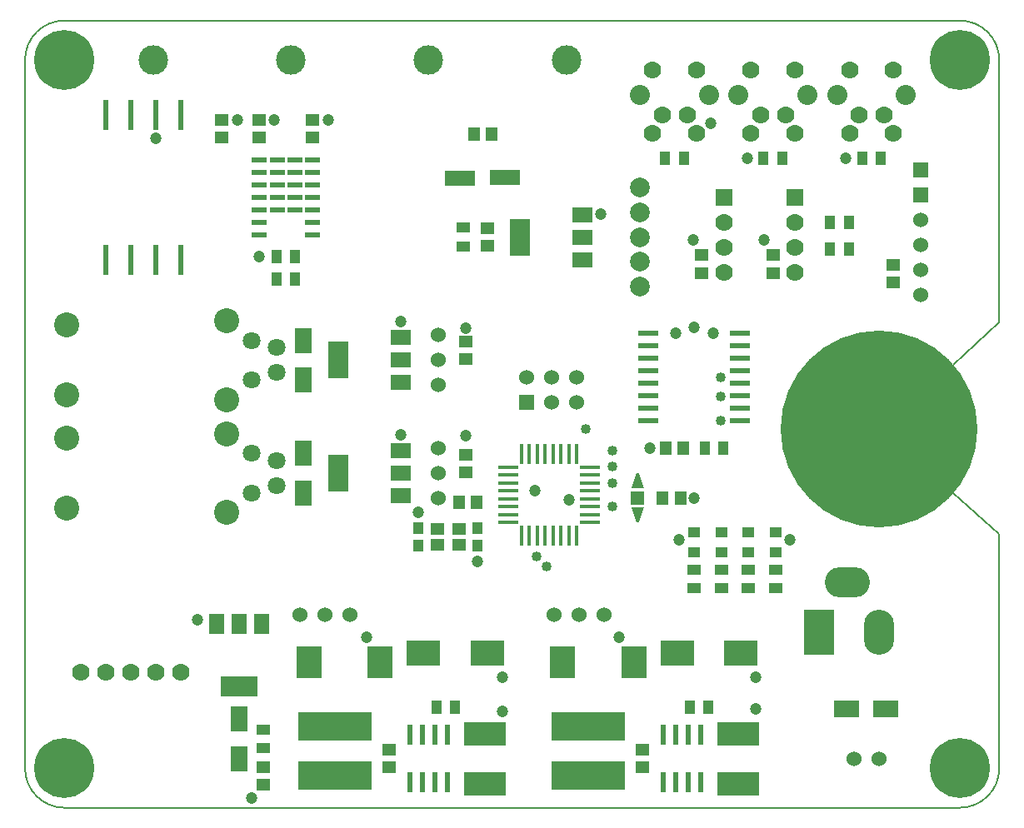
<source format=gts>
G04 #@! TF.FileFunction,Soldermask,Top*
%FSLAX46Y46*%
G04 Gerber Fmt 4.6, Leading zero omitted, Abs format (unit mm)*
G04 Created by KiCad (PCBNEW 4.0.0-2.201511301921+6191~38~ubuntu15.10.1-stable) date Mon Dec  7 23:41:22 2015*
%MOMM*%
G01*
G04 APERTURE LIST*
%ADD10C,0.025400*%
%ADD11C,0.127000*%
%ADD12C,1.200000*%
%ADD13C,1.016000*%
%ADD14C,20.000000*%
%ADD15R,3.048000X1.625600*%
%ADD16R,1.700000X2.500000*%
%ADD17R,2.500000X1.700000*%
%ADD18R,1.270000X1.016000*%
%ADD19R,1.400000X1.400000*%
%ADD20R,1.524000X1.524000*%
%ADD21C,1.524000*%
%ADD22C,1.778000*%
%ADD23R,1.778000X1.778000*%
%ADD24C,2.540000*%
%ADD25C,1.800000*%
%ADD26O,3.048000X4.572000*%
%ADD27R,3.048000X4.572000*%
%ADD28O,4.572000X3.048000*%
%ADD29R,2.032000X3.810000*%
%ADD30R,2.032000X1.524000*%
%ADD31R,3.810000X2.032000*%
%ADD32R,1.524000X2.032000*%
%ADD33C,6.096000*%
%ADD34C,2.032000*%
%ADD35R,1.998980X0.599440*%
%ADD36R,1.998980X0.449580*%
%ADD37R,0.449580X1.998980*%
%ADD38R,1.400000X1.200000*%
%ADD39R,1.000000X1.450000*%
%ADD40R,1.450000X1.000000*%
%ADD41R,1.100000X1.150000*%
%ADD42C,2.000000*%
%ADD43C,3.000000*%
%ADD44R,2.600000X3.200000*%
%ADD45R,0.609600X2.032000*%
%ADD46R,1.450000X1.150000*%
%ADD47R,1.150000X1.450000*%
%ADD48R,4.300000X2.400000*%
%ADD49R,3.500000X2.500000*%
%ADD50R,7.500000X3.000000*%
%ADD51R,0.609600X3.048000*%
%ADD52R,1.549400X0.596900*%
G04 APERTURE END LIST*
D10*
D11*
X4000000Y0D02*
X95000000Y0D01*
X99000000Y49300000D02*
X94300000Y45000000D01*
X99000000Y76000000D02*
X99000000Y49300000D01*
X94300000Y38500000D02*
X94300000Y45000000D01*
X94300000Y32000000D02*
X94300000Y38500000D01*
X99000000Y27800000D02*
X94300000Y32000000D01*
X99000000Y4000000D02*
X99000000Y27800000D01*
X0Y76000000D02*
X0Y4000000D01*
X95000000Y80000000D02*
X4000000Y80000000D01*
X99000000Y76000000D02*
G75*
G03X95000000Y80000000I-4000000J0D01*
G01*
X95000000Y0D02*
G75*
G03X99000000Y4000000I0J4000000D01*
G01*
X0Y4000000D02*
G75*
G03X4000000Y0I4000000J0D01*
G01*
X4000000Y80000000D02*
G75*
G03X0Y76000000I0J-4000000D01*
G01*
D12*
X23000000Y1000000D03*
X74250000Y10000000D03*
X74250000Y13250000D03*
X60400000Y17300000D03*
X48500000Y13250000D03*
X17500000Y19100000D03*
X44750000Y48750000D03*
X63500000Y36500000D03*
X66500000Y27250000D03*
X77750000Y27250000D03*
X68000000Y48800000D03*
X69900000Y48200000D03*
X66100000Y48200000D03*
X46000000Y25000000D03*
X58500000Y60300000D03*
X75100000Y57700000D03*
X67900000Y57700000D03*
X83400000Y66000000D03*
X73400000Y66000000D03*
X69700000Y69600000D03*
X38200000Y49400000D03*
X38200000Y37900000D03*
X68000000Y31500000D03*
X55300000Y31300000D03*
X40000000Y30000000D03*
X51800000Y32200000D03*
X23800000Y56000000D03*
X30800000Y69900000D03*
X21600000Y69900000D03*
X13300000Y68000000D03*
X25300000Y69900000D03*
D13*
X57000000Y38500000D03*
X70700000Y41800000D03*
X70700000Y43700000D03*
X70700000Y39300000D03*
X52000000Y25500000D03*
X59700000Y34700000D03*
X59700000Y36300000D03*
X59650000Y30600000D03*
X59700000Y33000000D03*
X53000000Y24500000D03*
D14*
X86750000Y38500000D03*
D15*
X44214000Y64000000D03*
X48786000Y64063500D03*
D16*
X28250000Y47500000D03*
X28250000Y43500000D03*
X21750000Y5000000D03*
X21750000Y9000000D03*
D17*
X83500000Y10000000D03*
X87500000Y10000000D03*
D18*
X73500000Y25984000D03*
X73500000Y28016000D03*
X70750000Y25984000D03*
X70750000Y28016000D03*
X68000000Y25984000D03*
X68000000Y28016000D03*
X76250000Y25984000D03*
X76250000Y28016000D03*
D16*
X28250000Y36000000D03*
X28250000Y32000000D03*
D10*
G36*
X62123000Y33976500D02*
X62377000Y33976500D01*
X62885000Y32452500D01*
X61615000Y32452500D01*
X62123000Y33976500D01*
X62123000Y33976500D01*
G37*
G36*
X61615000Y30547500D02*
X62885000Y30547500D01*
X62377000Y29023500D01*
X62123000Y29023500D01*
X61615000Y30547500D01*
X61615000Y30547500D01*
G37*
D19*
X62250000Y31500000D03*
D20*
X50960000Y41230000D03*
D21*
X50960000Y43770000D03*
X53500000Y41230000D03*
X53500000Y43770000D03*
X56040000Y41230000D03*
X56040000Y43770000D03*
D20*
X91000000Y64850000D03*
X91000000Y62310000D03*
D21*
X91000000Y59770000D03*
X91000000Y57230000D03*
X91000000Y54690000D03*
X91000000Y52150000D03*
D22*
X78250000Y54440000D03*
X78250000Y56980000D03*
X78250000Y59520000D03*
D23*
X78250000Y62060000D03*
D22*
X71000000Y54440000D03*
X71000000Y56980000D03*
X71000000Y59520000D03*
D23*
X71000000Y62060000D03*
D21*
X42000000Y42960000D03*
X42000000Y45500000D03*
X42000000Y48040000D03*
X84230000Y5000000D03*
X86770000Y5000000D03*
D24*
X4204000Y41944000D03*
X4204000Y49056000D03*
X20460000Y49513200D03*
X20460000Y41486800D03*
D25*
X23000000Y43500000D03*
X23000000Y47500000D03*
X25540000Y44230000D03*
X25540000Y46770000D03*
D26*
X86750000Y17800000D03*
D27*
X80654000Y17800000D03*
D28*
X83575000Y22880000D03*
D21*
X42000000Y31460000D03*
X42000000Y34000000D03*
X42000000Y36540000D03*
D24*
X4204000Y30444000D03*
X4204000Y37556000D03*
X20460000Y38013200D03*
X20460000Y29986800D03*
D25*
X23000000Y32000000D03*
X23000000Y36000000D03*
X25540000Y32730000D03*
X25540000Y35270000D03*
D29*
X31825000Y45500000D03*
D30*
X38175000Y45500000D03*
X38175000Y47786000D03*
X38175000Y43214000D03*
D29*
X50325000Y58000000D03*
D30*
X56675000Y58000000D03*
X56675000Y60286000D03*
X56675000Y55714000D03*
D29*
X31825000Y34000000D03*
D30*
X38175000Y34000000D03*
X38175000Y36286000D03*
X38175000Y31714000D03*
D31*
X21750000Y12325000D03*
D32*
X21750000Y18675000D03*
X19464000Y18675000D03*
X24036000Y18675000D03*
D33*
X4000000Y76000000D03*
X95000000Y76000000D03*
X4000000Y4000000D03*
X95000000Y4000000D03*
D22*
X8210000Y13750000D03*
X15830000Y13750000D03*
X13290000Y13750000D03*
X5670000Y13750000D03*
X10750000Y13750000D03*
X68222500Y75000000D03*
X63777500Y75000000D03*
D34*
X69492500Y72460000D03*
X62507500Y72460000D03*
D22*
X63777500Y68523000D03*
X68222500Y68523000D03*
X64730000Y70428000D03*
X67270000Y70428000D03*
X88222500Y75000000D03*
X83777500Y75000000D03*
D34*
X89492500Y72460000D03*
X82507500Y72460000D03*
D22*
X83777500Y68523000D03*
X88222500Y68523000D03*
X84730000Y70428000D03*
X87270000Y70428000D03*
X78222500Y75000000D03*
X73777500Y75000000D03*
D34*
X79492500Y72460000D03*
X72507500Y72460000D03*
D22*
X73777500Y68523000D03*
X78222500Y68523000D03*
X74730000Y70428000D03*
X77270000Y70428000D03*
D35*
X72650740Y39305000D03*
X72650740Y40575000D03*
X72650740Y41845000D03*
X72650740Y43115000D03*
X72650740Y44385000D03*
X72650740Y45655000D03*
X72650740Y46925000D03*
X72650740Y48195000D03*
X63349260Y48195000D03*
X63349260Y46925000D03*
X63349260Y45655000D03*
X63349260Y44385000D03*
X63349260Y43115000D03*
X63349260Y41845000D03*
X63349260Y40575000D03*
X63349260Y39305000D03*
D36*
X49099640Y29000920D03*
X49099640Y29801020D03*
X49099640Y30601120D03*
X49099640Y31401220D03*
X49099640Y32198780D03*
X49099640Y32998880D03*
X49099640Y33798980D03*
X49099640Y34599080D03*
X57400360Y34599080D03*
X57400360Y29000920D03*
X57400360Y29801020D03*
X57400360Y30601120D03*
X57400360Y31401220D03*
X57400360Y32198780D03*
X57400360Y32998880D03*
X57400360Y33798980D03*
D37*
X50450920Y35950360D03*
X51251020Y35950360D03*
X52051120Y35950360D03*
X52851220Y35950360D03*
X53648780Y35950360D03*
X54448880Y35950360D03*
X55248980Y35950360D03*
X56049080Y35950360D03*
X50450920Y27649640D03*
X51251020Y27649640D03*
X52051120Y27649640D03*
X52851220Y27649640D03*
X53648780Y27649640D03*
X54448880Y27649640D03*
X55248980Y27649640D03*
X56049080Y27649640D03*
D38*
X44100000Y28300000D03*
X41900000Y26700000D03*
X44100000Y26700000D03*
X41900000Y28300000D03*
D12*
X44800000Y37800000D03*
D39*
X76950000Y66000000D03*
X75050000Y66000000D03*
X86950000Y66000000D03*
X85050000Y66000000D03*
D40*
X76250000Y22300000D03*
X76250000Y24200000D03*
D39*
X70950000Y36500000D03*
X69050000Y36500000D03*
D40*
X68000000Y22300000D03*
X68000000Y24200000D03*
X70750000Y22300000D03*
X70750000Y24200000D03*
X73500000Y22300000D03*
X73500000Y24200000D03*
X24250000Y6050000D03*
X24250000Y7950000D03*
X44500000Y58950000D03*
X44500000Y57050000D03*
D39*
X25550000Y56000000D03*
X27450000Y56000000D03*
X83700000Y56750000D03*
X81800000Y56750000D03*
X83700000Y59500000D03*
X81800000Y59500000D03*
X66950000Y66000000D03*
X65050000Y66000000D03*
D41*
X40000000Y26600000D03*
X40000000Y28400000D03*
X46000000Y28400000D03*
X46000000Y26600000D03*
D42*
X62500000Y53000000D03*
X62500000Y55500000D03*
X62500000Y58000000D03*
X62500000Y63000000D03*
X62500000Y60500000D03*
D43*
X27000000Y76000000D03*
X13000000Y76000000D03*
X41000000Y76000000D03*
X55000000Y76000000D03*
D39*
X69450000Y10250000D03*
X67550000Y10250000D03*
X43700000Y10250000D03*
X41800000Y10250000D03*
D12*
X34700000Y17300000D03*
X48500000Y9750000D03*
D44*
X28900000Y14750000D03*
X36100000Y14750000D03*
X54650000Y14750000D03*
X61850000Y14750000D03*
D45*
X39095000Y7413000D03*
X39095000Y2587000D03*
X40365000Y7413000D03*
X41635000Y7413000D03*
X42905000Y7413000D03*
X40365000Y2587000D03*
X41635000Y2587000D03*
X42905000Y2587000D03*
X64845000Y7413000D03*
X64845000Y2587000D03*
X66115000Y7413000D03*
X67385000Y7413000D03*
X68655000Y7413000D03*
X66115000Y2587000D03*
X67385000Y2587000D03*
X68655000Y2587000D03*
D46*
X37000000Y5900000D03*
X37000000Y4100000D03*
X62750000Y5900000D03*
X62750000Y4100000D03*
D47*
X64800000Y31500000D03*
X66600000Y31500000D03*
D46*
X88250000Y55150000D03*
X88250000Y53350000D03*
X29250000Y68100000D03*
X29250000Y69900000D03*
X23750000Y68100000D03*
X23750000Y69900000D03*
X76000000Y54350000D03*
X76000000Y56150000D03*
X20000000Y68100000D03*
X20000000Y69900000D03*
X68750000Y54350000D03*
X68750000Y56150000D03*
X44750000Y45600000D03*
X44750000Y47400000D03*
X24250000Y4150000D03*
X24250000Y2350000D03*
D47*
X45600000Y68500000D03*
X47400000Y68500000D03*
X66900000Y36500000D03*
X65100000Y36500000D03*
X45900000Y31000000D03*
X44100000Y31000000D03*
D46*
X47000000Y57100000D03*
X47000000Y58900000D03*
X44750000Y34100000D03*
X44750000Y35900000D03*
D48*
X46750000Y2460000D03*
X46750000Y7540000D03*
X72500000Y2460000D03*
X72500000Y7540000D03*
D21*
X53760000Y19600000D03*
X56300000Y19600000D03*
X58840000Y19600000D03*
X27960000Y19600000D03*
X30500000Y19600000D03*
X33040000Y19600000D03*
D49*
X40500000Y15750000D03*
X47000000Y15750000D03*
X66250000Y15750000D03*
X72750000Y15750000D03*
D50*
X31500000Y8250000D03*
X31500000Y3250000D03*
X57250000Y8250000D03*
X57250000Y3250000D03*
D51*
X15810000Y70366000D03*
X13270000Y70366000D03*
X10730000Y70366000D03*
X8190000Y70366000D03*
X8190000Y55634000D03*
X10730000Y55634000D03*
X13270000Y55634000D03*
X15810000Y55634000D03*
D52*
X23807600Y60730000D03*
X23807600Y59460000D03*
X23807600Y58190000D03*
X29192400Y60730000D03*
X23807600Y64540000D03*
X23807600Y63270000D03*
X23807600Y62000000D03*
X29192400Y63270000D03*
X29192400Y64540000D03*
X29192400Y65810000D03*
X29192400Y59460000D03*
X23807600Y65810000D03*
X29192400Y58190000D03*
X29192400Y62000000D03*
X25611000Y65810000D03*
X25611000Y64540000D03*
X25611000Y63270000D03*
X25611000Y62000000D03*
X25611000Y60730000D03*
X27389000Y60730000D03*
X27389000Y62000000D03*
X27389000Y63270000D03*
X27389000Y64540000D03*
X27389000Y65810000D03*
D39*
X25550000Y53700000D03*
X27450000Y53700000D03*
M02*

</source>
